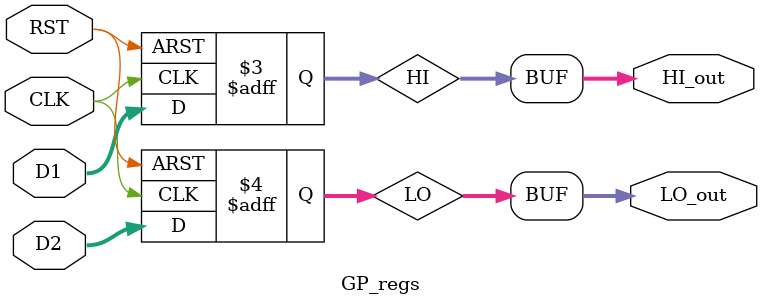
<source format=v>
module GP_regs #(parameter DATA_WIDTH=32) 
(
    input wire CLK , RST,
    input wire [DATA_WIDTH-1:0] D1,D2,
    output wire [DATA_WIDTH-1:0] HI_out, LO_out

);

reg [DATA_WIDTH-1:0] HI ,LO;

always @(posedge CLK or negedge RST) begin
    if (!RST) begin
        HI<='d0;
        LO<='d0;
    end
    else begin
        HI<=D1;
        LO<=D2;
    end
end

assign HI_out=HI;
assign LO_out=LO;
endmodule




</source>
